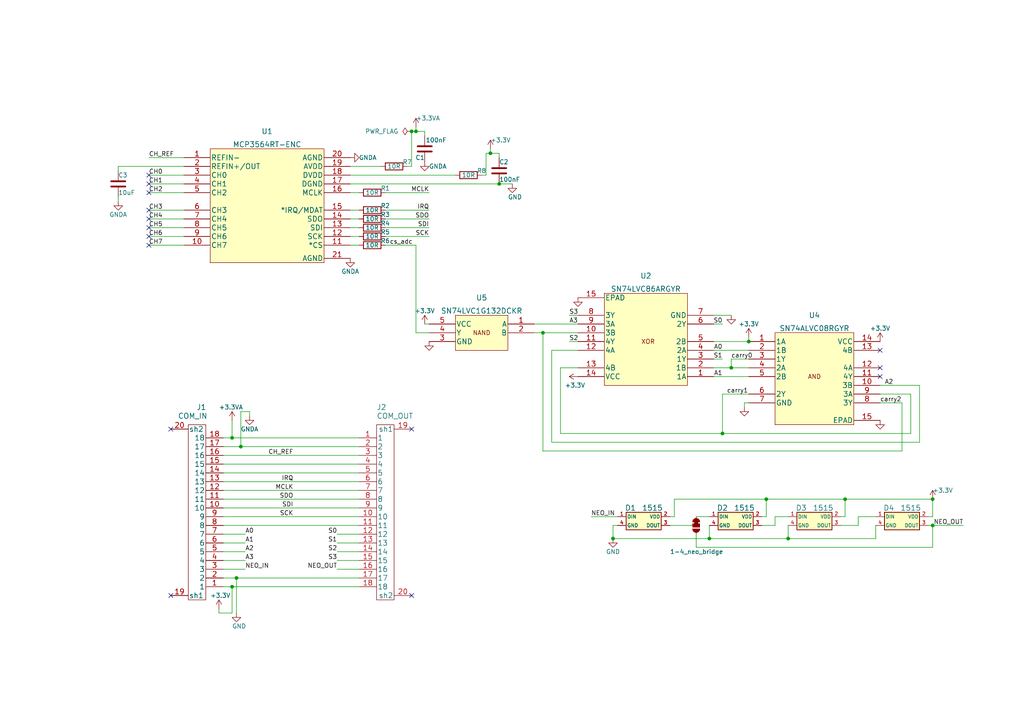
<source format=kicad_sch>
(kicad_sch (version 20211123) (generator eeschema)
  (paper "A4")
  (title_block (title "CleverHand - EMG") (date "2022-10-26") (rev "3.0") (company "Alexis Devillard"))
  (lib_symbols
    (symbol "Device:C" (pin_numbers hide) (pin_names (offset 0.254))
      (property "Reference" "C" (at 0.635 2.54 0))
      (property "Value" "C" (at 0.635 -2.54 0))
      (symbol "C_0_1"
        (polyline (pts (xy -2.032 -0.762) (xy 2.032 -0.762)) (stroke (width 0.508)))
        (polyline (pts (xy -2.032 0.762) (xy 2.032 0.762)) (stroke (width 0.508)))
      )
      (symbol "C_1_1"
        (pin passive line (at 0 3.81 270) (length 2.794) (name "~") (number "1"))
        (pin passive line (at 0 -3.81 90) (length 2.794) (name "~") (number "2"))
      )
    )
    (symbol "Device:R" (pin_numbers hide) (pin_names (offset 0))
      (property "Reference" "R" (at 2.032 0 90))
      (property "Value" "R" (at 0 0 90))
      (symbol "R_0_1"
        (rectangle (start -1.016 -2.54) (end 1.016 2.54) (stroke (width 0.254)))
      )
      (symbol "R_1_1"
        (pin passive line (at 0 3.81 270) (length 1.27) (name "~") (number "1"))
        (pin passive line (at 0 -3.81 90) (length 1.27) (name "~") (number "2"))
      )
    )
    (symbol "Jumper:SolderJumper_3_Bridged12" (pin_names (offset 0) hide)
      (property "Reference" "JP1" (at -2.54 1.2701 90))
      (property "Value" "1-4_neo_bridge" (at -5.08 11.43 90))
      (symbol "SolderJumper_3_Bridged12_0_1"
        (rectangle (start -1.016 0.508) (end -0.508 -0.508) (fill (type outline)))
        (arc (start -1.016 1.016) (mid -2.032 0) (end -1.016 -1.016))
        (arc (start -1.016 1.016) (mid -2.032 0) (end -1.016 -1.016) (fill (type outline)))
        (rectangle (start -0.508 1.016) (end 0.508 -1.016) (fill (type outline)))
        (polyline (pts (xy -2.54 0) (xy -2.032 0)))
        (polyline (pts (xy -1.016 1.016) (xy -1.016 -1.016)))
        (polyline (pts (xy 0 -1.27) (xy 0 -1.016)))
        (polyline (pts (xy 1.016 1.016) (xy 1.016 -1.016)))
        (polyline (pts (xy 2.54 0) (xy 2.032 0)))
        (arc (start 1.016 -1.016) (mid 2.032 0) (end 1.016 1.016))
        (arc (start 1.016 -1.016) (mid 2.032 0) (end 1.016 1.016) (fill (type outline)))
      )
      (symbol "SolderJumper_3_Bridged12_1_1"
        (pin passive line (at -2.54 0 0) (length 1.27) hide (name "A") (number "1"))
        (pin passive line (at 0 -1.27 90) (length 1.27) hide (name "C") (number "2"))
        (pin passive line (at 2.54 0 180) (length 1.27) hide (name "B") (number "3"))
      )
    )
    (symbol "MCP3564RT:MCP3564RT-ENC" (pin_names (offset 0.254))
      (property "Reference" "U" (at 8.89 3.81 0))
      (property "Value" "MCP3564RT-ENC" (at 17.78 -29.21 0))
      (symbol "MCP3564RT-ENC_1_1"
        (rectangle (start 7.62 2.54) (end 40.64 -30.48) (fill (type background)))
        (pin input line (at 0 0 0) (length 7.62) (name "REFIN-") (number "1"))
        (pin input line (at 0 -25.4 0) (length 7.62) (name "CH7") (number "10"))
        (pin input line (at 48.26 -25.4 180) (length 7.62) (name "*CS") (number "11"))
        (pin input line (at 48.26 -22.86 180) (length 7.62) (name "SCK") (number "12"))
        (pin input line (at 48.26 -20.32 180) (length 7.62) (name "SDI") (number "13"))
        (pin output line (at 48.26 -17.78 180) (length 7.62) (name "SDO") (number "14"))
        (pin output line (at 48.26 -15.24 180) (length 7.62) (name "*IRQ/MDAT") (number "15"))
        (pin bidirectional line (at 48.26 -10.16 180) (length 7.62) (name "MCLK") (number "16"))
        (pin power_in line (at 48.26 -7.62 180) (length 7.62) (name "DGND") (number "17"))
        (pin power_in line (at 48.26 -5.08 180) (length 7.62) (name "DVDD") (number "18"))
        (pin power_in line (at 48.26 -2.54 180) (length 7.62) (name "AVDD") (number "19"))
        (pin bidirectional line (at 0 -2.54 0) (length 7.62) (name "REFIN+/OUT") (number "2"))
        (pin power_in line (at 48.26 0 180) (length 7.62) (name "AGND") (number "20"))
        (pin power_in line (at 48.26 -29.21 180) (length 7.62) (name "AGND") (number "21"))
        (pin input line (at 0 -5.08 0) (length 7.62) (name "CH0") (number "3"))
        (pin input line (at 0 -7.62 0) (length 7.62) (name "CH1") (number "4"))
        (pin input line (at 0 -10.16 0) (length 7.62) (name "CH2") (number "5"))
        (pin input line (at 0 -15.24 0) (length 7.62) (name "CH3") (number "6"))
        (pin input line (at 0 -17.78 0) (length 7.62) (name "CH4") (number "7"))
        (pin input line (at 0 -20.32 0) (length 7.62) (name "CH5") (number "8"))
        (pin input line (at 0 -22.86 0) (length 7.62) (name "CH6") (number "9"))
      )
    )
    (symbol "SN74ALVC08RGYR:SN74ALVC08RGYR" (pin_names (offset 0.254))
      (property "Reference" "U" (at 8.89 3.81 0))
      (property "Value" "SN74ALVC08RGYR" (at 17.78 -25.4 0))
      (symbol "SN74ALVC08RGYR_0_0"
        (text "AND" (at 19.05 -10.16 0) (effects (font (size 1.27 1.27))))
      )
      (symbol "SN74ALVC08RGYR_1_1"
        (rectangle (start 7.62 2.54) (end 30.48 -24.13) (fill (type background)))
        (pin input line (at 0 0 0) (length 7.62) (name "1A") (number "1"))
        (pin input line (at 38.1 -12.7 180) (length 7.62) (name "3B") (number "10"))
        (pin output line (at 38.1 -10.16 180) (length 7.62) (name "4Y") (number "11"))
        (pin input line (at 38.1 -7.62 180) (length 7.62) (name "4A") (number "12"))
        (pin input line (at 38.1 -2.54 180) (length 7.62) (name "4B") (number "13"))
        (pin power_in line (at 38.1 0 180) (length 7.62) (name "VCC") (number "14"))
        (pin unspecified line (at 38.1 -22.86 180) (length 7.62) (name "EPAD") (number "15"))
        (pin input line (at 0 -2.54 0) (length 7.62) (name "1B") (number "2"))
        (pin output line (at 0 -5.08 0) (length 7.62) (name "1Y") (number "3"))
        (pin input line (at 0 -7.62 0) (length 7.62) (name "2A") (number "4"))
        (pin input line (at 0 -10.16 0) (length 7.62) (name "2B") (number "5"))
        (pin output line (at 0 -15.24 0) (length 7.62) (name "2Y") (number "6"))
        (pin power_in line (at 0 -17.78 0) (length 7.62) (name "GND") (number "7"))
        (pin output line (at 38.1 -17.78 180) (length 7.62) (name "3Y") (number "8"))
        (pin input line (at 38.1 -15.24 180) (length 7.62) (name "3A") (number "9"))
      )
    )
    (symbol "SN74LVC1G132DCKR:SN74LVC1G132DCKR" (pin_names (offset 0.254))
      (property "Reference" "U" (at 8.89 3.81 0))
      (property "Value" "SN74LVC1G132DCKR" (at 19.05 -10.16 0))
      (symbol "SN74LVC1G132DCKR_0_0"
        (text "NAND" (at 15.24 -2.54 0) (effects (font (size 1.27 1.27))))
      )
      (symbol "SN74LVC1G132DCKR_0_1"
        (rectangle (start 7.62 2.54) (end 22.86 -7.62) (fill (type background)))
      )
      (symbol "SN74LVC1G132DCKR_1_1"
        (pin input line (at 0 0 0) (length 7.62) (name "A") (number "1"))
        (pin input line (at 0 -2.54 0) (length 7.62) (name "B") (number "2"))
        (pin power_in line (at 30.48 -5.08 180) (length 7.62) (name "GND") (number "3"))
        (pin output line (at 30.48 -2.54 180) (length 7.62) (name "Y") (number "4"))
        (pin power_in line (at 30.48 0 180) (length 7.62) (name "VCC") (number "5"))
      )
    )
    (symbol "SN74LVC86ARGYR:SN74LVC86ARGYR" (pin_names (offset 0.254))
      (property "Reference" "U" (at 8.89 3.81 0))
      (property "Value" "SN74LVC86ARGYR" (at 17.78 -25.4 0))
      (symbol "SN74LVC86ARGYR_0_0"
        (text "XOR" (at 19.05 -10.16 0) (effects (font (size 1.27 1.27))))
      )
      (symbol "SN74LVC86ARGYR_1_1"
        (rectangle (start 7.62 2.54) (end 31.75 -24.13) (fill (type background)))
        (pin input line (at 0 0 0) (length 7.62) (name "1A") (number "1"))
        (pin input line (at 39.37 -12.7 180) (length 7.62) (name "3B") (number "10"))
        (pin output line (at 39.37 -10.16 180) (length 7.62) (name "4Y") (number "11"))
        (pin input line (at 39.37 -7.62 180) (length 7.62) (name "4A") (number "12"))
        (pin input line (at 39.37 -2.54 180) (length 7.62) (name "4B") (number "13"))
        (pin power_in line (at 39.37 0 180) (length 7.62) (name "VCC") (number "14"))
        (pin unspecified line (at 39.37 -22.86 180) (length 7.62) (name "EPAD") (number "15"))
        (pin input line (at 0 -2.54 0) (length 7.62) (name "1B") (number "2"))
        (pin output line (at 0 -5.08 0) (length 7.62) (name "1Y") (number "3"))
        (pin input line (at 0 -7.62 0) (length 7.62) (name "2A") (number "4"))
        (pin input line (at 0 -10.16 0) (length 7.62) (name "2B") (number "5"))
        (pin output line (at 0 -15.24 0) (length 7.62) (name "2Y") (number "6"))
        (pin power_in line (at 0 -17.78 0) (length 7.62) (name "GND") (number "7"))
        (pin output line (at 39.37 -17.78 180) (length 7.62) (name "3Y") (number "8"))
        (pin input line (at 39.37 -15.24 180) (length 7.62) (name "3A") (number "9"))
      )
    )
    (symbol "XF2J-1824-12A:XF2J-1824-12A" (pin_names (offset 0.254))
      (property "Reference" "J" (at 11.43 -24.13 0))
      (property "Value" "XF2J-1824-12A" (at 20.32 -26.67 0))
      (symbol "XF2J-1824-12A_0_1"
        (rectangle (start 5.08 3.81) (end 10.16 -46.99))
      )
      (symbol "XF2J-1824-12A_1_1"
        (pin unspecified line (at 0 0 0) (length 5.08) (name "1") (number "1"))
        (pin unspecified line (at 0 -22.86 0) (length 5.08) (name "10") (number "10"))
        (pin unspecified line (at 0 -25.4 0) (length 5.08) (name "11") (number "11"))
        (pin unspecified line (at 0 -27.94 0) (length 5.08) (name "12") (number "12"))
        (pin unspecified line (at 0 -30.48 0) (length 5.08) (name "13") (number "13"))
        (pin unspecified line (at 0 -33.02 0) (length 5.08) (name "14") (number "14"))
        (pin unspecified line (at 0 -35.56 0) (length 5.08) (name "15") (number "15"))
        (pin unspecified line (at 0 -38.1 0) (length 5.08) (name "16") (number "16"))
        (pin unspecified line (at 0 -40.64 0) (length 5.08) (name "17") (number "17"))
        (pin unspecified line (at 0 -43.18 0) (length 5.08) (name "18") (number "18"))
        (pin unspecified line (at 15.24 2.54 180) (length 5.08) (name "sh1") (number "19"))
        (pin unspecified line (at 0 -2.54 0) (length 5.08) (name "2") (number "2"))
        (pin unspecified line (at 15.24 -45.72 180) (length 5.08) (name "sh2") (number "20"))
        (pin unspecified line (at 0 -5.08 0) (length 5.08) (name "3") (number "3"))
        (pin unspecified line (at 0 -7.62 0) (length 5.08) (name "4") (number "4"))
        (pin unspecified line (at 0 -10.16 0) (length 5.08) (name "5") (number "5"))
        (pin unspecified line (at 0 -12.7 0) (length 5.08) (name "6") (number "6"))
        (pin unspecified line (at 0 -15.24 0) (length 5.08) (name "7") (number "7"))
        (pin unspecified line (at 0 -17.78 0) (length 5.08) (name "8") (number "8"))
        (pin unspecified line (at 0 -20.32 0) (length 5.08) (name "9") (number "9"))
      )
    )
    (symbol "XF2J-1824-12A_1" (pin_names (offset 0.254))
      (property "Reference" "J" (at 11.43 -24.13 0))
      (property "Value" "XF2J-1824-12A_1" (at 20.32 -26.67 0))
      (symbol "XF2J-1824-12A_1_0_1"
        (rectangle (start 5.08 3.81) (end 10.16 -46.99))
      )
      (symbol "XF2J-1824-12A_1_1_1"
        (pin unspecified line (at 0 0 0) (length 5.08) (name "1") (number "1"))
        (pin unspecified line (at 0 -22.86 0) (length 5.08) (name "10") (number "10"))
        (pin unspecified line (at 0 -25.4 0) (length 5.08) (name "11") (number "11"))
        (pin unspecified line (at 0 -27.94 0) (length 5.08) (name "12") (number "12"))
        (pin unspecified line (at 0 -30.48 0) (length 5.08) (name "13") (number "13"))
        (pin unspecified line (at 0 -33.02 0) (length 5.08) (name "14") (number "14"))
        (pin unspecified line (at 0 -35.56 0) (length 5.08) (name "15") (number "15"))
        (pin unspecified line (at 0 -38.1 0) (length 5.08) (name "16") (number "16"))
        (pin unspecified line (at 0 -40.64 0) (length 5.08) (name "17") (number "17"))
        (pin unspecified line (at 0 -43.18 0) (length 5.08) (name "18") (number "18"))
        (pin unspecified line (at 15.24 2.54 180) (length 5.08) (name "sh1") (number "19"))
        (pin unspecified line (at 0 -2.54 0) (length 5.08) (name "2") (number "2"))
        (pin unspecified line (at 15.24 -45.72 180) (length 5.08) (name "sh2") (number "20"))
        (pin unspecified line (at 0 -5.08 0) (length 5.08) (name "3") (number "3"))
        (pin unspecified line (at 0 -7.62 0) (length 5.08) (name "4") (number "4"))
        (pin unspecified line (at 0 -10.16 0) (length 5.08) (name "5") (number "5"))
        (pin unspecified line (at 0 -12.7 0) (length 5.08) (name "6") (number "6"))
        (pin unspecified line (at 0 -15.24 0) (length 5.08) (name "7") (number "7"))
        (pin unspecified line (at 0 -17.78 0) (length 5.08) (name "8") (number "8"))
        (pin unspecified line (at 0 -20.32 0) (length 5.08) (name "9") (number "9"))
      )
    )
    (symbol "neopixel_1515:1515" (pin_names (offset 0.254))
      (property "Reference" "D" (at 3.81 2.54 0))
      (property "Value" "1515" (at 10.16 2.54 0))
      (symbol "1515_0_0"
        (rectangle (start 2.54 1.27) (end 12.7 -3.81) (stroke (width 0.254)) (fill (type background)))
      )
      (symbol "1515_1_1"
        (pin input line (at 0 0 0) (length 2.54) (name "DIN") (number "1"))
        (pin power_in line (at 15.24 0 180) (length 2.54) (name "VDD") (number "2"))
        (pin output line (at 15.24 -2.54 180) (length 2.54) (name "DOUT") (number "3"))
        (pin power_in line (at 0 -2.54 0) (length 2.54) (name "GND") (number "4"))
      )
    )
    (symbol "power:+3.3V" (power) (pin_names (offset 0))
      (property "Value" "+3.3V" (at 0 3.556 0))
      (symbol "+3.3V_0_1"
        (polyline (pts (xy -0.762 1.27) (xy 0 2.54)))
        (polyline (pts (xy 0 0) (xy 0 2.54)))
        (polyline (pts (xy 0 2.54) (xy 0.762 1.27)))
      )
      (symbol "+3.3V_1_1"
        (pin power_in line (at 0 0 90) (length 0) hide (name "+3.3V") (number "1"))
      )
    )
    (symbol "power:+3.3VA" (power) (pin_names (offset 0))
      (property "Value" "+3.3VA" (at 0 3.556 0))
      (symbol "+3.3VA_0_1"
        (polyline (pts (xy -0.762 1.27) (xy 0 2.54)))
        (polyline (pts (xy 0 0) (xy 0 2.54)))
        (polyline (pts (xy 0 2.54) (xy 0.762 1.27)))
      )
      (symbol "+3.3VA_1_1"
        (pin power_in line (at 0 0 90) (length 0) hide (name "+3.3VA") (number "1"))
      )
    )
    (symbol "power:GND" (power) (pin_names (offset 0))
      (property "Value" "GND" (at 0 -3.81 0))
      (symbol "GND_0_1"
        (polyline (pts (xy 0 0) (xy 0 -1.27) (xy 1.27 -1.27) (xy 0 -2.54) (xy -1.27 -1.27) (xy 0 -1.27)))
      )
      (symbol "GND_1_1"
        (pin power_in line (at 0 0 270) (length 0) hide (name "GND") (number "1"))
      )
    )
    (symbol "power:GNDA" (power) (pin_names (offset 0))
      (property "Value" "GNDA" (at 0 -3.81 0))
      (symbol "GNDA_0_1"
        (polyline (pts (xy 0 0) (xy 0 -1.27) (xy 1.27 -1.27) (xy 0 -2.54) (xy -1.27 -1.27) (xy 0 -1.27)))
      )
      (symbol "GNDA_1_1"
        (pin power_in line (at 0 0 270) (length 0) hide (name "GNDA") (number "1"))
      )
    )
    (symbol "power:PWR_FLAG" (power) (pin_numbers hide) (pin_names (offset 0) hide)
      (property "Value" "PWR_FLAG" (at 0 3.81 0))
      (symbol "PWR_FLAG_0_0"
        (pin power_out line (at 0 0 90) (length 0) (name "pwr") (number "1"))
      )
      (symbol "PWR_FLAG_0_1"
        (polyline (pts (xy 0 0) (xy 0 1.27) (xy -1.016 1.905) (xy 0 2.54) (xy 1.016 1.905) (xy 0 1.27)))
      )
    )
  )
  (junction (at 212.09 106.68))
  (junction (at 144.78 53.34))
  (junction (at 177.8 156.21))
  (junction (at 217.17 99.06))
  (junction (at 228.6 156.21))
  (junction (at 205.74 156.21))
  (junction (at 270.51 152.4))
  (junction (at 157.48 96.52))
  (junction (at 209.55 125.73))
  (junction (at 68.58 167.64))
  (junction (at 222.25 144.78))
  (junction (at 67.31 170.18))
  (junction (at 119.38 38.1))
  (junction (at 270.51 144.78))
  (junction (at 67.31 127))
  (junction (at 142.24 44.45))
  (junction (at 69.85 129.54))
  (junction (at 120.65 38.1))
  (junction (at 245.11 144.78))
  (no_connect (at 43.18 60.96))
  (no_connect (at 43.18 63.5))
  (no_connect (at 43.18 71.12))
  (no_connect (at 43.18 50.8))
  (no_connect (at 43.18 53.34))
  (no_connect (at 43.18 55.88))
  (no_connect (at 43.18 66.04))
  (no_connect (at 43.18 68.58))
  (no_connect (at 49.53 124.46))
  (no_connect (at 119.38 172.72))
  (no_connect (at 119.38 124.46))
  (no_connect (at 49.53 172.72))
  (no_connect (at 255.27 101.6))
  (no_connect (at 255.27 109.22))
  (no_connect (at 255.27 106.68))
  (wire (pts (xy 97.79 160.02) (xy 104.14 160.02)))
  (wire (pts (xy 111.76 71.12) (xy 120.65 71.12)))
  (wire (pts (xy 207.01 109.22) (xy 217.17 109.22)))
  (wire (pts (xy 97.79 154.94) (xy 104.14 154.94)))
  (wire (pts (xy 104.14 60.96) (xy 101.6 60.96)))
  (wire (pts (xy 157.48 130.81) (xy 157.48 96.52)))
  (wire (pts (xy 43.18 60.96) (xy 53.34 60.96)))
  (wire (pts (xy 160.02 101.6) (xy 167.64 101.6)))
  (wire (pts (xy 34.29 58.42) (xy 34.29 57.15)))
  (wire (pts (xy 71.12 157.48) (xy 64.77 157.48)))
  (wire (pts (xy 217.17 114.3) (xy 209.55 114.3)))
  (wire (pts (xy 104.14 149.86) (xy 64.77 149.86)))
  (wire (pts (xy 207.01 93.98) (xy 209.55 93.98)))
  (wire (pts (xy 222.25 144.78) (xy 222.25 149.86)))
  (wire (pts (xy 123.19 93.98) (xy 124.46 93.98)))
  (wire (pts (xy 255.27 116.84) (xy 261.62 116.84)))
  (wire (pts (xy 201.93 158.75) (xy 270.51 158.75)))
  (wire (pts (xy 104.14 66.04) (xy 101.6 66.04)))
  (wire (pts (xy 209.55 125.73) (xy 264.16 125.73)))
  (wire (pts (xy 207.01 104.14) (xy 209.55 104.14)))
  (wire (pts (xy 177.8 156.21) (xy 205.74 156.21)))
  (wire (pts (xy 43.18 45.72) (xy 53.34 45.72)))
  (wire (pts (xy 224.79 152.4) (xy 224.79 149.86)))
  (wire (pts (xy 63.5 176.53) (xy 63.5 177.8)))
  (wire (pts (xy 97.79 165.1) (xy 104.14 165.1)))
  (wire (pts (xy 201.93 154.94) (xy 201.93 158.75)))
  (wire (pts (xy 43.18 55.88) (xy 53.34 55.88)))
  (wire (pts (xy 248.92 152.4) (xy 248.92 149.86)))
  (wire (pts (xy 53.34 48.26) (xy 34.29 48.26)))
  (wire (pts (xy 171.45 149.86) (xy 179.07 149.86)))
  (wire (pts (xy 72.39 120.65) (xy 72.39 119.38)))
  (wire (pts (xy 139.7 50.8) (xy 140.97 50.8)))
  (wire (pts (xy 194.31 152.4) (xy 200.66 152.4)))
  (wire (pts (xy 71.12 162.56) (xy 64.77 162.56)))
  (wire (pts (xy 154.94 93.98) (xy 167.64 93.98)))
  (wire (pts (xy 245.11 144.78) (xy 222.25 144.78)))
  (wire (pts (xy 104.14 132.08) (xy 64.77 132.08)))
  (wire (pts (xy 217.17 104.14) (xy 212.09 104.14)))
  (wire (pts (xy 111.76 63.5) (xy 124.46 63.5)))
  (wire (pts (xy 142.24 44.45) (xy 140.97 44.45)))
  (wire (pts (xy 270.51 152.4) (xy 279.4 152.4)))
  (wire (pts (xy 71.12 160.02) (xy 64.77 160.02)))
  (wire (pts (xy 264.16 114.3) (xy 255.27 114.3)))
  (wire (pts (xy 222.25 149.86) (xy 220.98 149.86)))
  (wire (pts (xy 120.65 36.83) (xy 120.65 38.1)))
  (wire (pts (xy 69.85 129.54) (xy 104.14 129.54)))
  (wire (pts (xy 162.56 125.73) (xy 209.55 125.73)))
  (wire (pts (xy 104.14 144.78) (xy 64.77 144.78)))
  (wire (pts (xy 71.12 165.1) (xy 64.77 165.1)))
  (wire (pts (xy 104.14 147.32) (xy 64.77 147.32)))
  (wire (pts (xy 220.98 152.4) (xy 224.79 152.4)))
  (wire (pts (xy 101.6 53.34) (xy 144.78 53.34)))
  (wire (pts (xy 195.58 149.86) (xy 195.58 144.78)))
  (wire (pts (xy 194.31 149.86) (xy 195.58 149.86)))
  (wire (pts (xy 264.16 125.73) (xy 264.16 114.3)))
  (wire (pts (xy 142.24 43.18) (xy 142.24 44.45)))
  (wire (pts (xy 67.31 127) (xy 64.77 127)))
  (wire (pts (xy 64.77 170.18) (xy 67.31 170.18)))
  (wire (pts (xy 111.76 55.88) (xy 124.46 55.88)))
  (wire (pts (xy 124.46 96.52) (xy 120.65 96.52)))
  (wire (pts (xy 97.79 157.48) (xy 104.14 157.48)))
  (wire (pts (xy 207.01 106.68) (xy 212.09 106.68)))
  (wire (pts (xy 167.64 106.68) (xy 162.56 106.68)))
  (wire (pts (xy 111.76 60.96) (xy 124.46 60.96)))
  (wire (pts (xy 144.78 44.45) (xy 144.78 45.72)))
  (wire (pts (xy 67.31 121.92) (xy 67.31 127)))
  (wire (pts (xy 162.56 106.68) (xy 162.56 125.73)))
  (wire (pts (xy 205.74 156.21) (xy 205.74 152.4)))
  (wire (pts (xy 104.14 137.16) (xy 64.77 137.16)))
  (wire (pts (xy 140.97 44.45) (xy 140.97 50.8)))
  (wire (pts (xy 101.6 71.12) (xy 104.14 71.12)))
  (wire (pts (xy 209.55 114.3) (xy 209.55 125.73)))
  (wire (pts (xy 254 156.21) (xy 228.6 156.21)))
  (wire (pts (xy 270.51 144.78) (xy 245.11 144.78)))
  (wire (pts (xy 167.64 99.06) (xy 165.1 99.06)))
  (wire (pts (xy 120.65 38.1) (xy 123.19 38.1)))
  (wire (pts (xy 207.01 99.06) (xy 217.17 99.06)))
  (wire (pts (xy 212.09 106.68) (xy 217.17 106.68)))
  (wire (pts (xy 69.85 119.38) (xy 69.85 129.54)))
  (wire (pts (xy 245.11 144.78) (xy 245.11 149.86)))
  (wire (pts (xy 142.24 44.45) (xy 144.78 44.45)))
  (wire (pts (xy 177.8 152.4) (xy 177.8 156.21)))
  (wire (pts (xy 104.14 127) (xy 67.31 127)))
  (wire (pts (xy 224.79 149.86) (xy 228.6 149.86)))
  (wire (pts (xy 217.17 97.79) (xy 217.17 99.06)))
  (wire (pts (xy 270.51 158.75) (xy 270.51 152.4)))
  (wire (pts (xy 205.74 156.21) (xy 228.6 156.21)))
  (wire (pts (xy 34.29 48.26) (xy 34.29 49.53)))
  (wire (pts (xy 104.14 63.5) (xy 101.6 63.5)))
  (wire (pts (xy 111.76 66.04) (xy 124.46 66.04)))
  (wire (pts (xy 67.31 170.18) (xy 104.14 170.18)))
  (wire (pts (xy 71.12 154.94) (xy 64.77 154.94)))
  (wire (pts (xy 110.49 48.26) (xy 101.6 48.26)))
  (wire (pts (xy 269.24 152.4) (xy 270.51 152.4)))
  (wire (pts (xy 255.27 111.76) (xy 266.7 111.76)))
  (wire (pts (xy 118.11 48.26) (xy 119.38 48.26)))
  (wire (pts (xy 97.79 162.56) (xy 104.14 162.56)))
  (wire (pts (xy 248.92 149.86) (xy 254 149.86)))
  (wire (pts (xy 104.14 142.24) (xy 64.77 142.24)))
  (wire (pts (xy 123.19 39.37) (xy 123.19 38.1)))
  (wire (pts (xy 243.84 152.4) (xy 248.92 152.4)))
  (wire (pts (xy 160.02 128.27) (xy 160.02 101.6)))
  (wire (pts (xy 63.5 177.8) (xy 67.31 177.8)))
  (wire (pts (xy 157.48 130.81) (xy 261.62 130.81)))
  (wire (pts (xy 207.01 101.6) (xy 217.17 101.6)))
  (wire (pts (xy 217.17 116.84) (xy 215.9 116.84)))
  (wire (pts (xy 195.58 144.78) (xy 222.25 144.78)))
  (wire (pts (xy 43.18 53.34) (xy 53.34 53.34)))
  (wire (pts (xy 119.38 38.1) (xy 120.65 38.1)))
  (wire (pts (xy 261.62 116.84) (xy 261.62 130.81)))
  (wire (pts (xy 68.58 167.64) (xy 104.14 167.64)))
  (wire (pts (xy 212.09 104.14) (xy 212.09 106.68)))
  (wire (pts (xy 43.18 50.8) (xy 53.34 50.8)))
  (wire (pts (xy 269.24 149.86) (xy 270.51 149.86)))
  (wire (pts (xy 154.94 96.52) (xy 157.48 96.52)))
  (wire (pts (xy 215.9 116.84) (xy 215.9 118.11)))
  (wire (pts (xy 68.58 167.64) (xy 68.58 177.8)))
  (wire (pts (xy 43.18 66.04) (xy 53.34 66.04)))
  (wire (pts (xy 179.07 152.4) (xy 177.8 152.4)))
  (wire (pts (xy 104.14 139.7) (xy 64.77 139.7)))
  (wire (pts (xy 228.6 152.4) (xy 228.6 156.21)))
  (wire (pts (xy 254 152.4) (xy 254 156.21)))
  (wire (pts (xy 243.84 149.86) (xy 245.11 149.86)))
  (wire (pts (xy 104.14 55.88) (xy 101.6 55.88)))
  (wire (pts (xy 212.09 91.44) (xy 207.01 91.44)))
  (wire (pts (xy 67.31 177.8) (xy 67.31 170.18)))
  (wire (pts (xy 160.02 128.27) (xy 266.7 128.27)))
  (wire (pts (xy 270.51 144.78) (xy 270.51 149.86)))
  (wire (pts (xy 69.85 129.54) (xy 64.77 129.54)))
  (wire (pts (xy 119.38 38.1) (xy 119.38 48.26)))
  (wire (pts (xy 43.18 63.5) (xy 53.34 63.5)))
  (wire (pts (xy 148.59 53.34) (xy 144.78 53.34)))
  (wire (pts (xy 68.58 167.64) (xy 64.77 167.64)))
  (wire (pts (xy 43.18 71.12) (xy 53.34 71.12)))
  (wire (pts (xy 104.14 134.62) (xy 64.77 134.62)))
  (wire (pts (xy 157.48 96.52) (xy 167.64 96.52)))
  (wire (pts (xy 120.65 71.12) (xy 120.65 96.52)))
  (wire (pts (xy 111.76 68.58) (xy 124.46 68.58)))
  (wire (pts (xy 104.14 152.4) (xy 64.77 152.4)))
  (wire (pts (xy 104.14 68.58) (xy 101.6 68.58)))
  (wire (pts (xy 72.39 119.38) (xy 69.85 119.38)))
  (wire (pts (xy 266.7 111.76) (xy 266.7 128.27)))
  (wire (pts (xy 101.6 50.8) (xy 132.08 50.8)))
  (wire (pts (xy 167.64 91.44) (xy 165.1 91.44)))
  (wire (pts (xy 201.93 149.86) (xy 205.74 149.86)))
  (wire (pts (xy 43.18 68.58) (xy 53.34 68.58)))
  (label "A1" (at 71.12 157.48 0))
  (label "IRQ" (at 124.46 60.96 180))
  (label "A3" (at 165.1 93.98 0))
  (label "S0" (at 97.79 154.94 180))
  (label "CH1" (at 43.18 53.34 0))
  (label "CH2" (at 43.18 55.88 0))
  (label "S2" (at 97.79 160.02 180))
  (label "NEO_IN" (at 71.12 165.1 0))
  (label "CH5" (at 43.18 66.04 0))
  (label "CH_REF" (at 85.09 132.08 180))
  (label "IRQ" (at 85.09 139.7 180))
  (label "CH7" (at 43.18 71.12 0))
  (label "SCK" (at 124.46 68.58 180))
  (label "carry1" (at 210.82 114.3 0))
  (label "A2" (at 71.12 160.02 0))
  (label "NEO_OUT" (at 279.4 152.4 180))
  (label "A3" (at 71.12 162.56 0))
  (label "NEO_IN" (at 171.45 149.86 0))
  (label "S3" (at 165.1 91.44 0))
  (label "SDO" (at 85.09 144.78 180))
  (label "A0" (at 71.12 154.94 0))
  (label "SCK" (at 85.09 149.86 180))
  (label "A0" (at 209.55 101.6 180))
  (label "carry2" (at 255.27 116.84 0))
  (label "S3" (at 97.79 162.56 180))
  (label "SDO" (at 124.46 63.5 180))
  (label "S1" (at 97.79 157.48 180))
  (label "CH4" (at 43.18 63.5 0))
  (label "CH_REF" (at 43.18 45.72 0))
  (label "A1" (at 209.55 109.22 180))
  (label "SDI" (at 85.09 147.32 180))
  (label "S0" (at 209.55 93.98 180))
  (label "SDI" (at 124.46 66.04 180))
  (label "CH6" (at 43.18 68.58 0))
  (label "cs_adc" (at 113.03 71.12 0))
  (label "MCLK" (at 85.09 142.24 180))
  (label "S2" (at 165.1 99.06 0))
  (label "CH3" (at 43.18 60.96 0))
  (label "carry0" (at 212.09 104.14 0))
  (label "NEO_OUT" (at 97.79 165.1 180))
  (label "A2" (at 259.08 111.76 180))
  (label "MCLK" (at 124.46 55.88 180))
  (label "CH0" (at 43.18 50.8 0))
  (label "S1" (at 209.55 104.14 180))
  (symbol (lib_id "SN74LVC1G132DCKR:SN74LVC1G132DCKR") (at 154.94 93.98 0) (mirror y) (unit 1)
    (property "Reference" "U5" (at 139.7 86.36 0) (effects (font (size 1.524 1.524))))
    (property "Value" "SN74LVC1G132DCKR" (at 139.7 90.17 0) (effects (font (size 1.524 1.524))))
    (property "Footprint" "00_Custom:SN74LVC1G132DCKR" (effects hide))
  )
  (symbol (lib_id "power:GND") (at 177.8 156.21 0) (unit 1)
    (property "Reference" "#PWR0106" (effects hide))
    (property "Value" "GND" (at 177.8 160.02 0))
  )
  (symbol (lib_id "power:GND") (at 212.09 91.44 0) (unit 1)
    (property "Reference" "#PWR0103" (effects hide))
    (property "Value" "GND" (effects hide))
  )
  (symbol (lib_id "Device:R") (at 107.95 66.04 90) (unit 1)
    (property "Reference" "R4" (at 111.76 64.77 90))
    (property "Value" "10R" (at 107.95 66.04 90))
    (property "Footprint" "Resistor_SMD:R_0402_1005Metric" (effects hide))
  )
  (symbol (lib_id "power:+3.3V") (at 217.17 97.79 0) (unit 1)
    (property "Reference" "#PWR0102" (effects hide))
    (property "Value" "+3.3V" (at 217.17 93.98 0))
  )
  (symbol (lib_id "neopixel_1515:1515") (at 205.74 149.86 0) (unit 1)
    (property "Reference" "D2" (at 209.55 147.32 0) (effects (font (size 1.524 1.524))))
    (property "Value" "1515" (at 215.9 147.32 0) (effects (font (size 1.524 1.524))))
    (property "Footprint" "00_Custom:neopixel_1515" (effects hide))
  )
  (symbol (lib_id "power:GND") (at 167.64 86.36 0) (unit 1)
    (property "Reference" "#PWR0113" (effects hide))
    (property "Value" "GND" (effects hide))
  )
  (symbol (lib_id "Device:R") (at 114.3 48.26 90) (unit 1)
    (property "Reference" "R7" (at 118.11 46.99 90))
    (property "Value" "10R" (at 114.3 48.26 90))
    (property "Footprint" "Resistor_SMD:R_0402_1005Metric" (effects hide))
  )
  (symbol (lib_id "Device:C") (at 144.78 49.53 0) (unit 1)
    (property "Reference" "C2" (at 144.78 46.99 0) (effects (justify left)))
    (property "Value" "100nF" (at 144.78 52.07 0) (effects (justify left)))
    (property "Footprint" "Capacitor_SMD:C_0402_1005Metric" (effects hide))
  )
  (symbol (lib_id "power:+3.3VA") (at 67.31 121.92 0) (unit 1)
    (property "Reference" "#PWR0121" (effects hide))
    (property "Value" "+3.3VA" (at 63.5 118.11 0) (effects (justify left)))
  )
  (symbol (lib_id "XF2J-1824-12A:XF2J-1824-12A") (at 64.77 170.18 180) (unit 1)
    (property "Reference" "J1" (at 58.42 118.11 0) (effects (font (size 1.524 1.524))))
    (property "Value" "COM_IN" (at 55.88 120.65 0) (effects (font (size 1.524 1.524))))
    (property "Footprint" "00_Custom:XF2J-1824-12A" (effects hide))
  )
  (symbol (lib_id "power:+3.3V") (at 270.51 144.78 0) (unit 1)
    (property "Reference" "#PWR0105" (effects hide))
    (property "Value" "+3.3V" (at 270.51 142.24 0) (effects (justify left)))
  )
  (symbol (lib_id "power:PWR_FLAG") (at 119.38 38.1 90) (unit 1)
    (property "Reference" "#FLG0101" (effects hide))
    (property "Value" "PWR_FLAG" (at 115.57 38.0999 90) (effects (justify left)))
  )
  (symbol (lib_id "power:GNDA") (at 34.29 58.42 0) (unit 1)
    (property "Reference" "#PWR01" (effects hide))
    (property "Value" "GNDA" (at 34.29 62.23 0))
  )
  (symbol (lib_id "MCP3564RT:MCP3564RT-ENC") (at 53.34 45.72 0) (unit 1)
    (property "Reference" "U1" (at 77.47 38.1 0) (effects (font (size 1.524 1.524))))
    (property "Value" "MCP3564RT-ENC" (at 77.47 41.91 0) (effects (font (size 1.524 1.524))))
    (property "Footprint" "00_Custom:MCP3564RT-E&slash_NC" (effects hide))
  )
  (symbol (lib_id "power:GNDA") (at 101.6 74.93 0) (unit 1)
    (property "Reference" "#PWR0110" (effects hide))
    (property "Value" "GNDA" (at 101.6 78.74 0))
  )
  (symbol (lib_id "power:+3.3V") (at 167.64 109.22 90) (unit 1)
    (property "Reference" "#PWR0104" (effects hide))
    (property "Value" "+3.3V" (at 163.83 111.76 90) (effects (justify right)))
  )
  (symbol (lib_id "power:+3.3V") (at 63.5 176.53 0) (unit 1)
    (property "Reference" "#PWR0118" (effects hide))
    (property "Value" "+3.3V" (at 60.96 172.72 0) (effects (justify left)))
  )
  (symbol (lib_id "power:GNDA") (at 123.19 46.99 0) (unit 1)
    (property "Reference" "#PWR0115" (effects hide))
    (property "Value" "GNDA" (at 127 48.26 0))
  )
  (symbol (lib_id "neopixel_1515:1515") (at 179.07 149.86 0) (unit 1)
    (property "Reference" "D1" (at 182.88 147.32 0) (effects (font (size 1.524 1.524))))
    (property "Value" "1515" (at 189.23 147.32 0) (effects (font (size 1.524 1.524))))
    (property "Footprint" "00_Custom:neopixel_1515" (effects hide))
  )
  (symbol (lib_id "neopixel_1515:1515") (at 228.6 149.86 0) (unit 1)
    (property "Reference" "D3" (at 232.41 147.32 0) (effects (font (size 1.524 1.524))))
    (property "Value" "1515" (at 238.76 147.32 0) (effects (font (size 1.524 1.524))))
    (property "Footprint" "00_Custom:neopixel_1515" (effects hide))
  )
  (symbol (lib_id "power:GND") (at 68.58 177.8 0) (unit 1)
    (property "Reference" "#PWR0119" (effects hide))
    (property "Value" "GND" (at 67.31 181.61 0) (effects (justify left)))
  )
  (symbol (lib_id "power:GNDA") (at 72.39 120.65 0) (unit 1)
    (property "Reference" "#PWR0120" (effects hide))
    (property "Value" "GNDA" (at 72.39 124.46 0))
  )
  (symbol (lib_id "power:GNDA") (at 101.6 45.72 90) (unit 1)
    (property "Reference" "#PWR0117" (effects hide))
    (property "Value" "GNDA" (at 106.68 45.72 90))
  )
  (symbol (lib_id "power:+3.3V") (at 142.24 43.18 0) (unit 1)
    (property "Reference" "#PWR0112" (effects hide))
    (property "Value" "+3.3V" (at 142.24 40.64 0) (effects (justify left)))
  )
  (symbol (lib_id "power:+3.3V") (at 255.27 99.06 0) (unit 1)
    (property "Reference" "#PWR0101" (effects hide))
    (property "Value" "+3.3V" (at 255.27 95.25 0))
  )
  (symbol (lib_id "SN74ALVC08RGYR:SN74ALVC08RGYR") (at 217.17 99.06 0) (unit 1)
    (property "Reference" "U4" (at 236.22 91.44 0) (effects (font (size 1.524 1.524))))
    (property "Value" "SN74ALVC08RGYR" (at 236.22 95.25 0) (effects (font (size 1.524 1.524))))
    (property "Footprint" "00_Custom:SN74ALVC08RGYR" (effects hide))
  )
  (symbol (lib_id "power:GND") (at 148.59 53.34 0) (unit 1)
    (property "Reference" "#PWR0116" (effects hide))
    (property "Value" "GND" (at 147.32 57.15 0) (effects (justify left)))
  )
  (symbol (lib_name "XF2J-1824-12A_1") (lib_id "XF2J-1824-12A:XF2J-1824-12A") (at 104.14 127 0) (unit 1)
    (property "Reference" "J2" (at 109.22 118.11 0) (effects (font (size 1.524 1.524)) (justify left)))
    (property "Value" "COM_OUT" (at 109.22 120.65 0) (effects (font (size 1.524 1.524)) (justify left)))
    (property "Footprint" "00_Custom:XF2J-1824-12A" (effects hide))
  )
  (symbol (lib_id "Device:R") (at 107.95 63.5 90) (unit 1)
    (property "Reference" "R3" (at 111.76 62.23 90))
    (property "Value" "10R" (at 107.95 63.5 90))
    (property "Footprint" "Resistor_SMD:R_0402_1005Metric" (effects hide))
  )
  (symbol (lib_id "Device:C") (at 123.19 43.18 180) (unit 1)
    (property "Reference" "C1" (at 123.19 45.72 0) (effects (justify left)))
    (property "Value" "100nF" (at 129.54 40.64 0) (effects (justify left)))
    (property "Footprint" "Capacitor_SMD:C_0402_1005Metric" (effects hide))
  )
  (symbol (lib_id "power:GND") (at 124.46 99.06 0) (unit 1)
    (property "Reference" "#PWR0108" (effects hide))
    (property "Value" "GND" (effects hide))
  )
  (symbol (lib_id "power:+3.3V") (at 123.19 93.98 0) (unit 1)
    (property "Reference" "#PWR0107" (effects hide))
    (property "Value" "+3.3V" (at 123.19 90.17 0))
  )
  (symbol (lib_id "Device:R") (at 107.95 68.58 90) (unit 1)
    (property "Reference" "R5" (at 111.76 67.31 90))
    (property "Value" "10R" (at 107.95 68.58 90))
    (property "Footprint" "Resistor_SMD:R_0402_1005Metric" (effects hide))
  )
  (symbol (lib_id "Device:R") (at 107.95 71.12 90) (unit 1)
    (property "Reference" "R6" (at 111.76 69.85 90))
    (property "Value" "10R" (at 107.95 71.12 90))
    (property "Footprint" "Resistor_SMD:R_0402_1005Metric" (effects hide))
  )
  (symbol (lib_id "power:GND") (at 255.27 121.92 0) (unit 1)
    (property "Reference" "#PWR0114" (effects hide))
    (property "Value" "GND" (effects hide))
  )
  (symbol (lib_id "Device:R") (at 107.95 60.96 90) (unit 1)
    (property "Reference" "R2" (at 111.76 59.69 90))
    (property "Value" "10R" (at 107.95 60.96 90))
    (property "Footprint" "Resistor_SMD:R_0402_1005Metric" (effects hide))
  )
  (symbol (lib_id "Device:R") (at 135.89 50.8 90) (unit 1)
    (property "Reference" "R8" (at 139.7 49.53 90))
    (property "Value" "10R" (at 135.89 50.8 90))
    (property "Footprint" "Resistor_SMD:R_0402_1005Metric" (effects hide))
  )
  (symbol (lib_id "power:GND") (at 215.9 118.11 0) (unit 1)
    (property "Reference" "#PWR0109" (effects hide))
    (property "Value" "GND" (effects hide))
  )
  (symbol (lib_id "Device:R") (at 107.95 55.88 90) (unit 1)
    (property "Reference" "R1" (at 111.76 54.61 90))
    (property "Value" "10R" (at 107.95 55.88 90))
    (property "Footprint" "Resistor_SMD:R_0402_1005Metric" (effects hide))
  )
  (symbol (lib_id "Jumper:SolderJumper_3_Bridged12") (at 201.93 152.4 270) (unit 1)
    (property "Reference" "JP1" (effects hide))
    (property "Value" "1-4_neo_bridge" (at 194.31 160.02 90) (effects (justify left)))
    (property "Footprint" "Jumper:SolderJumper-3_P1.3mm_Bridged12_RoundedPad1.0x1.5mm_NumberLabels" (effects hide))
  )
  (symbol (lib_id "Device:C") (at 34.29 53.34 0) (unit 1)
    (property "Reference" "C3" (at 34.29 50.8 0) (effects (justify left)))
    (property "Value" "10uF" (at 34.29 55.88 0) (effects (justify left)))
    (property "Footprint" "Capacitor_SMD:C_0402_1005Metric" (effects hide))
  )
  (symbol (lib_id "power:+3.3VA") (at 120.65 36.83 0) (unit 1)
    (property "Reference" "#PWR0111" (effects hide))
    (property "Value" "+3.3VA" (at 120.65 34.29 0) (effects (justify left)))
  )
  (symbol (lib_id "SN74LVC86ARGYR:SN74LVC86ARGYR") (at 207.01 109.22 180) (unit 1)
    (property "Reference" "U2" (at 187.325 80.01 0) (effects (font (size 1.524 1.524))))
    (property "Value" "SN74LVC86ARGYR" (at 187.325 83.82 0) (effects (font (size 1.524 1.524))))
    (property "Footprint" "00_Custom:SN74LVC86ARGYR" (effects hide))
  )
  (symbol (lib_id "neopixel_1515:1515") (at 254 149.86 0) (unit 1)
    (property "Reference" "D4" (at 257.81 147.32 0) (effects (font (size 1.524 1.524))))
    (property "Value" "1515" (at 264.16 147.32 0) (effects (font (size 1.524 1.524))))
    (property "Footprint" "00_Custom:neopixel_1515" (effects hide))
  )
)
</source>
